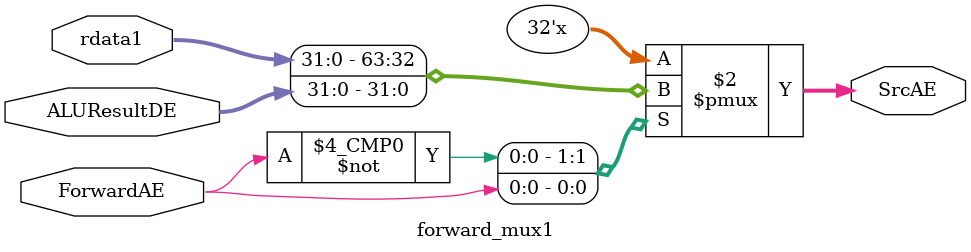
<source format=sv>
module forward_mux1 #(parameter WIDTH = 32)(
  input  logic [WIDTH-1:0] rdata1, ALUResultDE,
  input  logic             ForwardAE,
  output logic [WIDTH-1:0] SrcAE
);

//assign SrcAE = ForwardAE[1] ? ALUResultM : (ForwardAE[0] ? ResultW : RD1E);
always_comb
begin
case (ForwardAE)
 
 1'b0: SrcAE = rdata1;
 1'b1: SrcAE = ALUResultDE;

 default: SrcAE =rdata1;

endcase

end
endmodule
</source>
